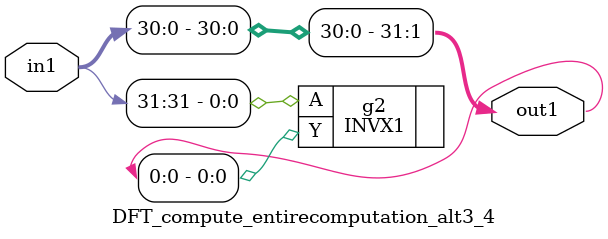
<source format=v>
`timescale 1ps / 1ps


module DFT_compute_entirecomputation_alt3_4(in1, out1);
  input [31:0] in1;
  output [31:0] out1;
  wire [31:0] in1;
  wire [31:0] out1;
  assign out1[1] = in1[0];
  assign out1[2] = in1[1];
  assign out1[3] = in1[2];
  assign out1[4] = in1[3];
  assign out1[5] = in1[4];
  assign out1[6] = in1[5];
  assign out1[7] = in1[6];
  assign out1[8] = in1[7];
  assign out1[9] = in1[8];
  assign out1[10] = in1[9];
  assign out1[11] = in1[10];
  assign out1[12] = in1[11];
  assign out1[13] = in1[12];
  assign out1[14] = in1[13];
  assign out1[15] = in1[14];
  assign out1[16] = in1[15];
  assign out1[17] = in1[16];
  assign out1[18] = in1[17];
  assign out1[19] = in1[18];
  assign out1[20] = in1[19];
  assign out1[21] = in1[20];
  assign out1[22] = in1[21];
  assign out1[23] = in1[22];
  assign out1[24] = in1[23];
  assign out1[25] = in1[24];
  assign out1[26] = in1[25];
  assign out1[27] = in1[26];
  assign out1[28] = in1[27];
  assign out1[29] = in1[28];
  assign out1[30] = in1[29];
  assign out1[31] = in1[30];
  INVX1 g2(.A (in1[31]), .Y (out1[0]));
endmodule



</source>
